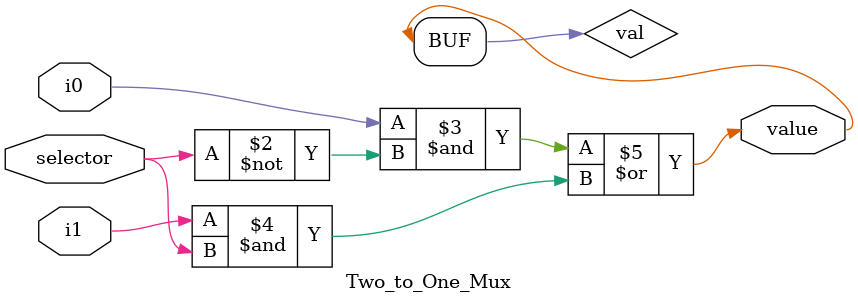
<source format=v>
/*
 * 2-1 MUX for lab 1, part 1
 */

module Two_to_One_Mux (
	input i0,
	input i1,
	input selector,
	output value
);

	reg val;

	/* selector == 1 ? i1 : i0; */
	always @(*) begin
		val = (i0 & ~selector) | (i1 & selector); 
	end

	assign value = val;

endmodule
</source>
